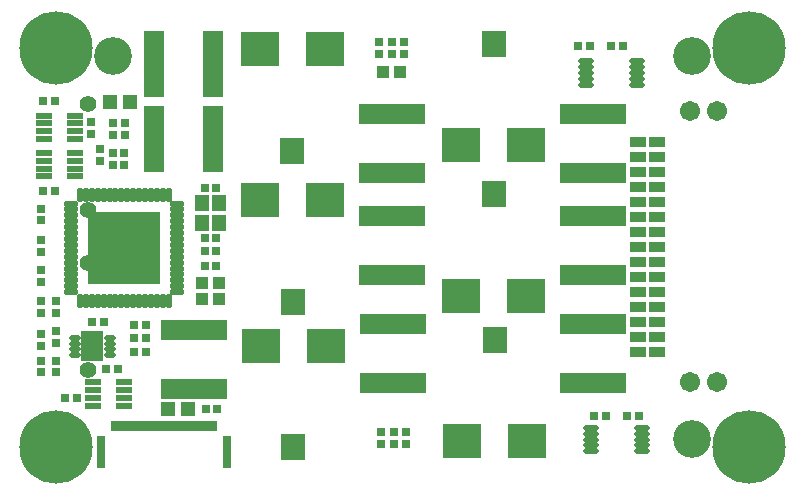
<source format=gts>
G04 Layer_Color=8388736*
%FSLAX44Y44*%
%MOMM*%
G71*
G01*
G75*
%ADD96R,1.7032X5.6032*%
%ADD97R,5.6032X1.7032*%
%ADD98R,1.3032X1.2032*%
G04:AMPARAMS|DCode=99|XSize=0.5032mm|YSize=1.2032mm|CornerRadius=0.2216mm|HoleSize=0mm|Usage=FLASHONLY|Rotation=180.000|XOffset=0mm|YOffset=0mm|HoleType=Round|Shape=RoundedRectangle|*
%AMROUNDEDRECTD99*
21,1,0.5032,0.7600,0,0,180.0*
21,1,0.0600,1.2032,0,0,180.0*
1,1,0.4432,-0.0300,0.3800*
1,1,0.4432,0.0300,0.3800*
1,1,0.4432,0.0300,-0.3800*
1,1,0.4432,-0.0300,-0.3800*
%
%ADD99ROUNDEDRECTD99*%
G04:AMPARAMS|DCode=100|XSize=0.5032mm|YSize=1.2032mm|CornerRadius=0.2216mm|HoleSize=0mm|Usage=FLASHONLY|Rotation=90.000|XOffset=0mm|YOffset=0mm|HoleType=Round|Shape=RoundedRectangle|*
%AMROUNDEDRECTD100*
21,1,0.5032,0.7600,0,0,90.0*
21,1,0.0600,1.2032,0,0,90.0*
1,1,0.4432,0.3800,0.0300*
1,1,0.4432,0.3800,-0.0300*
1,1,0.4432,-0.3800,-0.0300*
1,1,0.4432,-0.3800,0.0300*
%
%ADD100ROUNDEDRECTD100*%
%ADD101R,6.2032X6.2032*%
%ADD102R,1.0032X1.1032*%
G04:AMPARAMS|DCode=103|XSize=0.5032mm|YSize=1.3032mm|CornerRadius=0.1766mm|HoleSize=0mm|Usage=FLASHONLY|Rotation=270.000|XOffset=0mm|YOffset=0mm|HoleType=Round|Shape=RoundedRectangle|*
%AMROUNDEDRECTD103*
21,1,0.5032,0.9500,0,0,270.0*
21,1,0.1500,1.3032,0,0,270.0*
1,1,0.3532,-0.4750,-0.0750*
1,1,0.3532,-0.4750,0.0750*
1,1,0.3532,0.4750,0.0750*
1,1,0.3532,0.4750,-0.0750*
%
%ADD103ROUNDEDRECTD103*%
%ADD104R,1.1032X1.0032*%
%ADD105R,1.4232X0.6032*%
%ADD106R,3.3032X3.0032*%
%ADD107R,2.1032X2.2032*%
G04:AMPARAMS|DCode=108|XSize=0.5032mm|YSize=1.0032mm|CornerRadius=0.1766mm|HoleSize=0mm|Usage=FLASHONLY|Rotation=270.000|XOffset=0mm|YOffset=0mm|HoleType=Round|Shape=RoundedRectangle|*
%AMROUNDEDRECTD108*
21,1,0.5032,0.6500,0,0,270.0*
21,1,0.1500,1.0032,0,0,270.0*
1,1,0.3532,-0.3250,-0.0750*
1,1,0.3532,-0.3250,0.0750*
1,1,0.3532,0.3250,0.0750*
1,1,0.3532,0.3250,-0.0750*
%
%ADD108ROUNDEDRECTD108*%
%ADD109R,1.8532X2.6032*%
%ADD110R,0.8032X2.8032*%
%ADD111R,0.5032X0.9032*%
%ADD112R,1.3032X1.4032*%
%ADD113R,1.3432X0.9532*%
%ADD114R,0.8032X0.8032*%
%ADD115R,0.8032X0.8032*%
%ADD116C,1.3932*%
%ADD117C,3.2032*%
%ADD118C,6.2032*%
%ADD119C,1.7032*%
D96*
X164250Y354950D02*
D03*
X114250D02*
D03*
Y291950D02*
D03*
X164250D02*
D03*
D97*
X148250Y130200D02*
D03*
Y80200D02*
D03*
X316192Y262450D02*
D03*
Y312450D02*
D03*
Y226200D02*
D03*
Y176200D02*
D03*
X316692Y84950D02*
D03*
Y134950D02*
D03*
X486250Y312450D02*
D03*
Y262450D02*
D03*
Y226200D02*
D03*
Y176200D02*
D03*
Y84950D02*
D03*
Y134950D02*
D03*
D98*
X126250Y62700D02*
D03*
X143250D02*
D03*
X93750Y322950D02*
D03*
X76750D02*
D03*
D99*
X51750Y154450D02*
D03*
X56750D02*
D03*
X61750D02*
D03*
X66750D02*
D03*
X71750D02*
D03*
X76750D02*
D03*
X81750D02*
D03*
X86750D02*
D03*
X91750D02*
D03*
X96750D02*
D03*
X101750D02*
D03*
X106750D02*
D03*
X111750D02*
D03*
X116750D02*
D03*
X121750D02*
D03*
X126750D02*
D03*
Y244450D02*
D03*
X121750D02*
D03*
X116750D02*
D03*
X111750D02*
D03*
X106750D02*
D03*
X101750D02*
D03*
X96750D02*
D03*
X91750D02*
D03*
X86750D02*
D03*
X81750D02*
D03*
X76750D02*
D03*
X71750D02*
D03*
X66750D02*
D03*
X61750D02*
D03*
X56750D02*
D03*
X51750D02*
D03*
D100*
X134250Y161950D02*
D03*
Y166950D02*
D03*
Y171950D02*
D03*
Y176950D02*
D03*
Y181950D02*
D03*
Y186950D02*
D03*
Y191950D02*
D03*
Y196950D02*
D03*
Y201950D02*
D03*
Y206950D02*
D03*
Y211950D02*
D03*
Y216950D02*
D03*
Y221950D02*
D03*
Y226950D02*
D03*
Y231950D02*
D03*
Y236950D02*
D03*
X44250D02*
D03*
Y231950D02*
D03*
Y226950D02*
D03*
Y221950D02*
D03*
Y216950D02*
D03*
Y211950D02*
D03*
Y206950D02*
D03*
Y201950D02*
D03*
Y196950D02*
D03*
Y191950D02*
D03*
Y186950D02*
D03*
Y181950D02*
D03*
Y176950D02*
D03*
Y171950D02*
D03*
Y166950D02*
D03*
Y161950D02*
D03*
D101*
X89250Y199450D02*
D03*
D102*
X308500Y348200D02*
D03*
X322500D02*
D03*
D103*
X480000Y337700D02*
D03*
X523000D02*
D03*
Y342700D02*
D03*
Y347700D02*
D03*
X480000Y342700D02*
D03*
Y347700D02*
D03*
Y352700D02*
D03*
Y357700D02*
D03*
X523000Y352700D02*
D03*
Y357700D02*
D03*
X527750Y47167D02*
D03*
Y42167D02*
D03*
X484750Y47167D02*
D03*
Y42167D02*
D03*
Y37167D02*
D03*
Y32167D02*
D03*
X527750Y37167D02*
D03*
Y32167D02*
D03*
Y27167D02*
D03*
X484750D02*
D03*
D104*
X155000Y155950D02*
D03*
Y169950D02*
D03*
X169000Y155950D02*
D03*
Y169950D02*
D03*
D105*
X88600Y78950D02*
D03*
Y72450D02*
D03*
X62400Y85450D02*
D03*
Y78950D02*
D03*
Y72450D02*
D03*
Y65950D02*
D03*
X88600D02*
D03*
Y85450D02*
D03*
X47350Y272950D02*
D03*
Y266450D02*
D03*
X21150Y279450D02*
D03*
Y272950D02*
D03*
Y266450D02*
D03*
Y259950D02*
D03*
X47350D02*
D03*
Y279450D02*
D03*
Y304950D02*
D03*
Y298450D02*
D03*
X21150Y311450D02*
D03*
Y304950D02*
D03*
Y298450D02*
D03*
Y291950D02*
D03*
X47350D02*
D03*
Y311450D02*
D03*
D106*
X204697Y116700D02*
D03*
X259697D02*
D03*
X430197Y35700D02*
D03*
X375197D02*
D03*
X204197Y239700D02*
D03*
X259197D02*
D03*
X429697Y158700D02*
D03*
X374697D02*
D03*
X203947Y367450D02*
D03*
X258947D02*
D03*
X429447Y286450D02*
D03*
X374447D02*
D03*
D107*
X232197Y30700D02*
D03*
X402697Y121700D02*
D03*
X231697Y153700D02*
D03*
X402197Y244700D02*
D03*
X231447Y281450D02*
D03*
X401947Y372450D02*
D03*
D108*
X77250Y108450D02*
D03*
Y113450D02*
D03*
Y118450D02*
D03*
Y123450D02*
D03*
X47250D02*
D03*
Y118450D02*
D03*
Y113450D02*
D03*
Y108450D02*
D03*
D109*
X62250Y115950D02*
D03*
D110*
X69250Y26700D02*
D03*
X176250D02*
D03*
D111*
X165250Y48700D02*
D03*
X160250D02*
D03*
X155250D02*
D03*
X150250D02*
D03*
X145250D02*
D03*
X140250D02*
D03*
X135250D02*
D03*
X130250D02*
D03*
X80250D02*
D03*
X85250D02*
D03*
X90250D02*
D03*
X95250D02*
D03*
X100250D02*
D03*
X105250D02*
D03*
X110250D02*
D03*
X115250D02*
D03*
X120250D02*
D03*
X125250D02*
D03*
D112*
X155250Y220700D02*
D03*
Y237700D02*
D03*
X169250D02*
D03*
Y220700D02*
D03*
D113*
X540100Y111650D02*
D03*
Y124350D02*
D03*
Y137050D02*
D03*
Y149750D02*
D03*
Y162450D02*
D03*
Y175150D02*
D03*
Y187850D02*
D03*
Y200550D02*
D03*
Y213250D02*
D03*
Y225950D02*
D03*
Y238650D02*
D03*
Y251350D02*
D03*
Y264050D02*
D03*
Y276750D02*
D03*
Y289450D02*
D03*
X524500D02*
D03*
Y276750D02*
D03*
Y264050D02*
D03*
Y251350D02*
D03*
Y238650D02*
D03*
Y225950D02*
D03*
Y213250D02*
D03*
Y200550D02*
D03*
Y187850D02*
D03*
Y175150D02*
D03*
Y162450D02*
D03*
Y149750D02*
D03*
Y137050D02*
D03*
Y124350D02*
D03*
Y111650D02*
D03*
D114*
X97500Y111200D02*
D03*
X107500D02*
D03*
X97500Y122700D02*
D03*
X107500D02*
D03*
X71750Y136700D02*
D03*
X61750D02*
D03*
X107500Y134200D02*
D03*
X97500D02*
D03*
X167250Y196700D02*
D03*
X157250D02*
D03*
Y250200D02*
D03*
X167250D02*
D03*
X157250Y208200D02*
D03*
X167250D02*
D03*
X158000Y63200D02*
D03*
X168000D02*
D03*
X20250Y323700D02*
D03*
X30250D02*
D03*
X83750Y96700D02*
D03*
X73750D02*
D03*
X20500Y247200D02*
D03*
X30500D02*
D03*
X157250Y184450D02*
D03*
X167250D02*
D03*
X39300Y72200D02*
D03*
X49300D02*
D03*
X501250Y370700D02*
D03*
X511250D02*
D03*
X473500D02*
D03*
X483500D02*
D03*
X515000Y56950D02*
D03*
X525000D02*
D03*
X497250D02*
D03*
X487250D02*
D03*
D115*
X31000Y128950D02*
D03*
Y118950D02*
D03*
X79250Y294950D02*
D03*
Y304950D02*
D03*
X90250D02*
D03*
Y294950D02*
D03*
X31000Y144700D02*
D03*
Y154700D02*
D03*
X18750Y116450D02*
D03*
Y126450D02*
D03*
X31050Y104000D02*
D03*
Y94000D02*
D03*
X18750Y205950D02*
D03*
Y195950D02*
D03*
X18750Y154700D02*
D03*
Y144700D02*
D03*
X18800Y104000D02*
D03*
Y94000D02*
D03*
X18750Y170450D02*
D03*
Y180450D02*
D03*
Y232700D02*
D03*
Y222700D02*
D03*
X79250Y269950D02*
D03*
Y279950D02*
D03*
X89250Y280000D02*
D03*
Y270000D02*
D03*
X69000Y282950D02*
D03*
Y272950D02*
D03*
X61250Y296200D02*
D03*
Y306200D02*
D03*
X326250Y373700D02*
D03*
Y363700D02*
D03*
X328000Y33700D02*
D03*
Y43700D02*
D03*
X305000Y373700D02*
D03*
Y363700D02*
D03*
X315750Y373700D02*
D03*
Y363700D02*
D03*
X306500Y43700D02*
D03*
Y33700D02*
D03*
X317250Y43700D02*
D03*
Y33700D02*
D03*
D116*
X58250Y321200D02*
D03*
Y231200D02*
D03*
Y96200D02*
D03*
Y186200D02*
D03*
D117*
X569900Y361850D02*
D03*
Y37850D02*
D03*
X79900Y361850D02*
D03*
D118*
X31250Y31200D02*
D03*
Y368500D02*
D03*
X618550D02*
D03*
Y31200D02*
D03*
D119*
X568200Y315450D02*
D03*
Y85650D02*
D03*
X590800D02*
D03*
Y315450D02*
D03*
M02*

</source>
